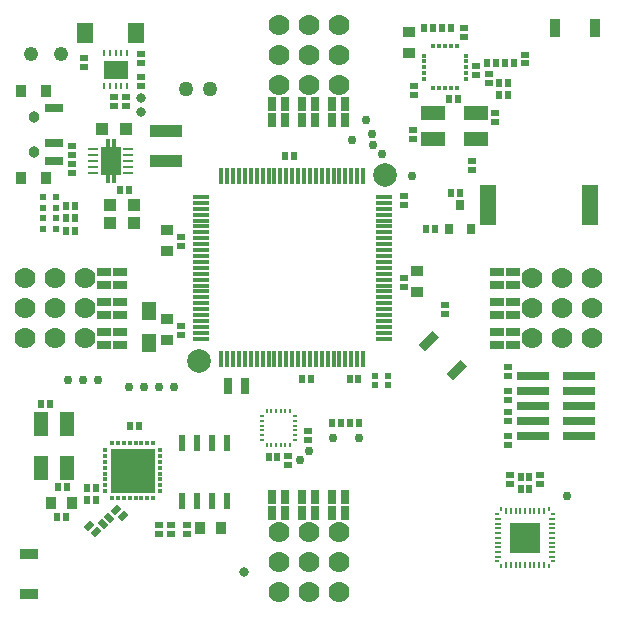
<source format=gts>
G04 ================== begin FILE IDENTIFICATION RECORD ==================*
G04 Layout Name:  E:/git/clay/Circuit/R6/allegro/CLAYR6.brd*
G04 Film Name:    SOLDERMASK_TOP*
G04 File Format:  Gerber RS274X*
G04 File Origin:  Cadence Allegro 16.6-P004*
G04 Origin Date:  Sun Dec 13 23:06:28 2015*
G04 *
G04 Layer:  VIA CLASS/SOLDERMASK_TOP*
G04 Layer:  PIN/SOLDERMASK_TOP*
G04 *
G04 Offset:    (0.00 0.00)*
G04 Mirror:    No*
G04 Mode:      Positive*
G04 Rotation:  0*
G04 FullContactRelief:  No*
G04 UndefLineWidth:     0.00*
G04 ================== end FILE IDENTIFICATION RECORD ====================*
%FSLAX25Y25*MOIN*%
%IR0*IPPOS*OFA0.00000B0.00000*MIA0B0*SFA1.00000B1.00000*%
%ADD57R,.11X.03*%
%AMMACRO20*
21,1,.02,.03,0.0,0.0,135.*%
%ADD20MACRO20*%
%ADD34R,.106X.04*%
%ADD53R,.052X.134*%
%ADD52R,.02X.009*%
%AMMACRO48*
21,1,.031,.066,0.0,0.0,135.*%
%ADD48MACRO48*%
%ADD56R,.009X.02*%
%ADD22C,.03*%
%ADD46R,.015X.008*%
%ADD41C,.05*%
%ADD35C,.032*%
%ADD51R,.015X.009*%
%ADD45R,.008X.015*%
%ADD55R,.009X.015*%
%ADD14C,.07*%
%AMMACRO24*
4,1,20,.03248,-.04724,
.03248,.04724,
.01535,.04724,
.01535,.0748,
.00433,.0748,
.00433,.04724,
-.00433,.04724,
-.00433,.0748,
-.01535,.0748,
-.01535,.04734,
-.03248,.04734,
-.03248,-.04734,
-.01535,-.04734,
-.01535,-.0748,
-.00433,-.0748,
-.00433,-.04724,
.00433,-.04724,
.00433,-.0748,
.01535,-.0748,
.01535,-.04724,
.03248,-.04724,
0.0*
%
%ADD24MACRO24*%
%ADD18C,.038*%
%ADD19C,.048*%
%ADD39C,.07874*%
%ADD26R,.03X.02*%
%AMMACRO21*
21,1,.02,.03,0.0,0.0,45.*%
%ADD21MACRO21*%
%ADD13R,.02X.03*%
%ADD28R,.01X.024*%
%ADD47R,.024X.02*%
%ADD25R,.033X.011*%
%ADD16R,.032X.04*%
%ADD32R,.018X.012*%
%ADD49R,.031X.035*%
%ADD40R,.055X.012*%
%ADD31R,.012X.018*%
%ADD27R,.04X.044*%
%ADD15R,.024X.024*%
%ADD43R,.012X.055*%
%ADD42R,.03X.055*%
%ADD10R,.063X.032*%
%ADD58R,.032X.063*%
%ADD38R,.04X.038*%
%ADD37R,.022X.055*%
%ADD23R,.045X.025*%
%ADD17R,.06X.028*%
%ADD11R,.038X.04*%
%ADD54R,.1X.1*%
%ADD44R,.025X.045*%
%ADD33R,.047X.06*%
%ADD29R,.057X.07*%
%ADD36R,.079X.063*%
%ADD50R,.079X.048*%
%ADD30R,.148X.148*%
%ADD12R,.048X.079*%
%LPD*%
G75*
G54D10*
X-93400Y-95393D03*
Y-82007D03*
G54D11*
X-86000Y-65000D03*
X-79000D03*
X-36100Y-73300D03*
X-29100D03*
G54D20*
X-71057Y-74543D03*
X-73143Y-72457D03*
X-64143Y-67257D03*
X-62057Y-69343D03*
G54D12*
X-89331Y-53134D03*
Y-38567D03*
X-80669Y-53134D03*
Y-38567D03*
G54D30*
X-58700Y-54100D03*
G54D21*
X-68643Y-71943D03*
X-66557Y-69857D03*
G54D31*
X-51800Y-63160D03*
X-53770D03*
X-55740D03*
X-57710D03*
X-59680D03*
X-61650D03*
X-63620D03*
X-65590D03*
X-51800Y-45040D03*
X-53770D03*
X-55740D03*
X-57710D03*
X-59680D03*
X-61650D03*
X-63620D03*
X-65590D03*
X47466Y73310D03*
X45497D03*
X43528D03*
X41560D03*
X47466Y87290D03*
X45497D03*
X43528D03*
X41560D03*
X49434Y73310D03*
Y87290D03*
G54D40*
X-36012Y-10122D03*
Y-8154D03*
Y-6185D03*
Y-4216D03*
Y-2248D03*
Y-280D03*
Y1689D03*
Y3658D03*
Y5626D03*
Y7594D03*
Y9563D03*
Y11532D03*
Y13500D03*
Y15468D03*
Y17437D03*
Y19406D03*
Y21374D03*
Y23342D03*
Y25311D03*
Y27280D03*
Y29248D03*
Y31216D03*
Y33185D03*
Y35154D03*
Y37122D03*
X25012Y-10122D03*
Y-8154D03*
Y-6185D03*
Y-4216D03*
Y-2248D03*
Y-280D03*
Y1689D03*
Y3658D03*
Y5626D03*
Y7594D03*
Y9563D03*
Y11532D03*
Y13500D03*
Y15468D03*
Y17437D03*
Y19406D03*
Y21374D03*
Y23342D03*
Y25311D03*
Y27280D03*
Y29248D03*
Y31216D03*
Y33185D03*
Y35154D03*
Y37122D03*
G54D13*
X-86375Y-32000D03*
X-89325D03*
X-73975Y-64000D03*
X-71025D03*
Y-60000D03*
X-73975D03*
X-83625Y-59700D03*
X-80675D03*
X-83975Y-69500D03*
X-81025D03*
X-78025Y34100D03*
X-80975D03*
X-78025Y30000D03*
X-80975D03*
X-78025Y25900D03*
X-80975D03*
X-56725Y-39100D03*
X-59675D03*
X-62975Y39500D03*
X-60025D03*
X-10425Y-49600D03*
X-13375D03*
X-2075Y-23600D03*
X-4825Y50600D03*
X-7775D03*
X7925Y-38200D03*
X10875D03*
X13925D03*
X13625Y-23600D03*
X875D03*
X16875Y-38200D03*
X16575Y-23600D03*
X47425Y38400D03*
X42075Y26500D03*
X39125D03*
X46825Y69900D03*
X47475Y93300D03*
X44525D03*
X38525D03*
X41475D03*
X50375Y38400D03*
X49775Y69900D03*
X63525Y71200D03*
X62475Y81600D03*
X59525D03*
X63525Y75200D03*
X70625Y-60200D03*
X73575D03*
X70625Y-56200D03*
X73575D03*
X66475Y71200D03*
Y75200D03*
X68475Y81600D03*
X65525D03*
G54D22*
X-80100Y-23800D03*
X-75100D03*
X-70100D03*
X-59800Y-26100D03*
X-54800D03*
X-49800D03*
X-44800D03*
X-2900Y-50600D03*
X8100Y-43200D03*
X200Y-47500D03*
X14300Y56200D03*
X16800Y-43200D03*
X21400Y54500D03*
X24400Y51500D03*
X19000Y62600D03*
X21100Y58200D03*
X34300Y44000D03*
X86000Y-62500D03*
G54D50*
X41266Y56419D03*
Y65081D03*
X55833Y56419D03*
Y65081D03*
G54D23*
X-68250Y-12250D03*
Y2250D03*
Y-2250D03*
Y-7750D03*
Y12250D03*
Y7750D03*
X-62750Y-12250D03*
Y2250D03*
Y-2250D03*
Y-7750D03*
Y12250D03*
Y7750D03*
X62750Y-12250D03*
Y-7750D03*
Y-2250D03*
Y2250D03*
Y7750D03*
Y12250D03*
X68250Y-12250D03*
Y-7750D03*
Y-2250D03*
Y2250D03*
Y7750D03*
Y12250D03*
G54D32*
X-67760Y-60990D03*
Y-47200D03*
Y-49170D03*
Y-51140D03*
Y-53110D03*
Y-55080D03*
Y-57050D03*
Y-59020D03*
X-49640Y-60990D03*
Y-47200D03*
Y-49170D03*
Y-51140D03*
Y-53110D03*
Y-55080D03*
Y-57050D03*
Y-59020D03*
X38510Y76366D03*
Y78334D03*
Y80303D03*
Y82272D03*
Y84240D03*
X52490Y76366D03*
Y78334D03*
Y80303D03*
Y82272D03*
Y84240D03*
G54D14*
X-94500Y-10000D03*
X-84500D03*
X-94500Y0D03*
X-84500D03*
X-94500Y10000D03*
X-84500D03*
X-74500Y-10000D03*
Y0D03*
Y10000D03*
X0Y-94500D03*
X-10000D03*
X0Y-84500D03*
X-10000D03*
X0Y-74500D03*
X-10000D03*
Y74500D03*
X0D03*
X-10000Y84500D03*
X0D03*
X-10000Y94500D03*
X0D03*
X10000Y-94500D03*
Y-84500D03*
Y-74500D03*
Y74500D03*
Y84500D03*
Y94500D03*
X74500Y-10000D03*
Y0D03*
Y10000D03*
X94500Y-10000D03*
X84500D03*
X94500Y0D03*
X84500D03*
X94500Y10000D03*
X84500D03*
G54D41*
X-32963Y73164D03*
X-40837D03*
G54D33*
X-53200Y-11450D03*
Y-750D03*
G54D42*
X-21100Y-26000D03*
X-26900D03*
G54D15*
X-88700Y33500D03*
X-84300D03*
X-88700Y26500D03*
X-84300D03*
X-88700Y30000D03*
X-84300D03*
X-88700Y37000D03*
X-84300D03*
G54D24*
X-66000Y49000D03*
G54D51*
X62615Y-84350D03*
Y-68650D03*
X81585Y-84350D03*
Y-68650D03*
G54D43*
X-19280Y-17012D03*
X-21248D03*
X-23216D03*
X-25185D03*
X-27154D03*
X-29122D03*
X-19280Y44012D03*
X-21248D03*
X-23216D03*
X-25185D03*
X-27154D03*
X-29122D03*
X-3532Y-17012D03*
X-5500D03*
X-7468D03*
X-9437D03*
X-11406D03*
X-13374D03*
X-15342D03*
X-17311D03*
X-3532Y44012D03*
X-5500D03*
X-7468D03*
X-9437D03*
X-11406D03*
X-13374D03*
X-15342D03*
X-17311D03*
X14185Y-17012D03*
X12216D03*
X10248D03*
X8280D03*
X6311D03*
X4342D03*
X2374D03*
X406D03*
X-1563D03*
X14185Y44012D03*
X12216D03*
X10248D03*
X8280D03*
X6311D03*
X4342D03*
X2374D03*
X406D03*
X-1563D03*
X18122Y-17012D03*
X16154D03*
X18122Y44012D03*
X16154D03*
G54D16*
X-95834Y43530D03*
X-87566D03*
X-95834Y72270D03*
X-87566D03*
G54D25*
X-71807Y52937D03*
Y50968D03*
Y49000D03*
Y47032D03*
Y45063D03*
X-60193Y52937D03*
Y50968D03*
Y49000D03*
Y47032D03*
Y45063D03*
G54D52*
X63140Y-82780D03*
Y-81210D03*
Y-79640D03*
Y-78070D03*
Y-76500D03*
Y-74930D03*
Y-73360D03*
Y-71790D03*
Y-70220D03*
X81060Y-82780D03*
Y-81210D03*
Y-79640D03*
Y-78070D03*
Y-76500D03*
Y-74930D03*
Y-73360D03*
Y-71790D03*
Y-70220D03*
G54D34*
X-47600Y48980D03*
Y59020D03*
G54D44*
X-2250Y-68250D03*
Y-62750D03*
X-12250Y-68250D03*
Y-62750D03*
X-7750Y-68250D03*
Y-62750D03*
X-2250Y68250D03*
Y62750D03*
X-7750Y68250D03*
Y62750D03*
X-12250Y68250D03*
Y62750D03*
X7750Y-68250D03*
Y-62750D03*
X12250Y-68250D03*
Y-62750D03*
X2250Y-68250D03*
Y-62750D03*
X12250Y68250D03*
Y62750D03*
X7750Y68250D03*
Y62750D03*
X2250Y68250D03*
Y62750D03*
G54D17*
X-84810Y54947D03*
Y49042D03*
Y66758D03*
G54D26*
X-78950Y47975D03*
Y45025D03*
Y53975D03*
Y51025D03*
X-75000Y83475D03*
Y80525D03*
X-64900Y70475D03*
Y67525D03*
X-60900Y70475D03*
Y67525D03*
X-55900Y77175D03*
Y74225D03*
Y81825D03*
Y84775D03*
X-49800Y-72125D03*
Y-75075D03*
X-45800Y-72125D03*
Y-75075D03*
X-40600D03*
Y-72125D03*
X-42600Y-8775D03*
Y-5825D03*
Y20725D03*
Y23675D03*
X-6900Y-52075D03*
Y-49125D03*
X-300Y-43875D03*
Y-40925D03*
X31600Y7125D03*
Y10075D03*
Y34525D03*
Y37475D03*
X45300Y1175D03*
Y-1775D03*
X35000Y71025D03*
X34600Y59375D03*
Y56425D03*
X35000Y73975D03*
X54500Y49075D03*
Y46125D03*
X62000Y62125D03*
Y65075D03*
X60000Y75025D03*
Y77975D03*
X55900Y80875D03*
Y77925D03*
X51700Y90325D03*
Y93275D03*
X66500Y-45475D03*
X77200Y-58475D03*
Y-55525D03*
X67000Y-58675D03*
Y-55725D03*
X66500Y-42525D03*
Y-37475D03*
Y-34525D03*
Y-27525D03*
Y-30475D03*
Y-22475D03*
Y-19525D03*
X72000Y84575D03*
Y81625D03*
G54D35*
X-55900Y65500D03*
Y70000D03*
X-21500Y-88000D03*
G54D53*
X59674Y34500D03*
X93926D03*
G54D36*
X-64400Y79500D03*
G54D54*
X72100Y-76500D03*
G54D27*
X-68937Y59600D03*
X-66137Y34400D03*
X-58263D03*
X-66137Y28300D03*
X-58263D03*
X-61063Y59600D03*
G54D18*
X-91700Y51994D03*
Y63806D03*
G54D45*
X-6163Y-45419D03*
X-7738D03*
X-9313D03*
X-10887D03*
X-12462D03*
X-14037D03*
X-6163Y-34381D03*
X-7738D03*
X-9313D03*
X-10887D03*
X-12462D03*
X-14037D03*
G54D37*
X-37100Y-64200D03*
X-42100D03*
X-37100Y-44800D03*
X-42100D03*
X-27100Y-64200D03*
X-32100D03*
X-27100Y-44800D03*
X-32100D03*
G54D28*
X-68335Y85012D03*
Y73988D03*
X-66367Y85012D03*
X-64399D03*
X-62431D03*
X-60463D03*
X-66367Y73988D03*
X-64399D03*
X-62431D03*
X-60463D03*
G54D19*
X-82600Y84900D03*
X-92600D03*
G54D55*
X79950Y-85985D03*
X64250D03*
X79950Y-67015D03*
X64250D03*
G54D46*
X-4541Y-43837D03*
Y-42262D03*
Y-40687D03*
Y-39113D03*
Y-37538D03*
Y-35963D03*
X-15619Y-43837D03*
Y-42262D03*
Y-40687D03*
Y-39113D03*
Y-37538D03*
Y-35963D03*
G54D29*
X-74500Y91900D03*
X-57500D03*
G54D38*
X-47200Y-10500D03*
Y-3500D03*
Y19100D03*
Y26100D03*
X36200Y5300D03*
Y12300D03*
X33500Y85200D03*
Y92200D03*
G54D47*
X22235Y-22525D03*
X26565D03*
X22235Y-25675D03*
X26565D03*
G54D56*
X78380Y-85460D03*
X76810D03*
X75240D03*
X73670D03*
X72100D03*
X70530D03*
X68960D03*
X67390D03*
X65820D03*
X78380Y-67540D03*
X76810D03*
X75240D03*
X73670D03*
X72100D03*
X70530D03*
X68960D03*
X67390D03*
X65820D03*
G54D39*
X-36500Y-17500D03*
X25500Y44500D03*
G54D48*
X49433Y-20533D03*
X39967Y-11067D03*
G54D57*
X74823Y-27500D03*
Y-32500D03*
Y-37500D03*
Y-42500D03*
Y-22500D03*
X90177Y-27500D03*
Y-32500D03*
Y-37500D03*
Y-42500D03*
Y-22500D03*
G54D58*
X95393Y93400D03*
X82007D03*
G54D49*
X46700Y26550D03*
X50400Y34450D03*
X54100Y26550D03*
M02*

</source>
